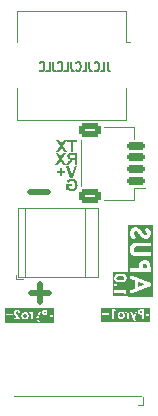
<source format=gbr>
%TF.GenerationSoftware,KiCad,Pcbnew,8.0.7*%
%TF.CreationDate,2025-01-22T04:17:01+01:00*%
%TF.ProjectId,beacon,62656163-6f6e-42e6-9b69-6361645f7063,rev?*%
%TF.SameCoordinates,Original*%
%TF.FileFunction,Legend,Bot*%
%TF.FilePolarity,Positive*%
%FSLAX46Y46*%
G04 Gerber Fmt 4.6, Leading zero omitted, Abs format (unit mm)*
G04 Created by KiCad (PCBNEW 8.0.7) date 2025-01-22 04:17:01*
%MOMM*%
%LPD*%
G01*
G04 APERTURE LIST*
G04 Aperture macros list*
%AMRoundRect*
0 Rectangle with rounded corners*
0 $1 Rounding radius*
0 $2 $3 $4 $5 $6 $7 $8 $9 X,Y pos of 4 corners*
0 Add a 4 corners polygon primitive as box body*
4,1,4,$2,$3,$4,$5,$6,$7,$8,$9,$2,$3,0*
0 Add four circle primitives for the rounded corners*
1,1,$1+$1,$2,$3*
1,1,$1+$1,$4,$5*
1,1,$1+$1,$6,$7*
1,1,$1+$1,$8,$9*
0 Add four rect primitives between the rounded corners*
20,1,$1+$1,$2,$3,$4,$5,0*
20,1,$1+$1,$4,$5,$6,$7,0*
20,1,$1+$1,$6,$7,$8,$9,0*
20,1,$1+$1,$8,$9,$2,$3,0*%
G04 Aperture macros list end*
%ADD10C,0.200000*%
%ADD11C,0.300000*%
%ADD12C,0.175000*%
%ADD13C,0.500000*%
%ADD14C,0.150000*%
%ADD15C,0.250000*%
%ADD16C,0.120000*%
%ADD17R,2.200000X2.200000*%
%ADD18C,2.200000*%
%ADD19C,3.800000*%
%ADD20C,1.300000*%
%ADD21RoundRect,0.150000X0.625000X-0.150000X0.625000X0.150000X-0.625000X0.150000X-0.625000X-0.150000X0*%
%ADD22RoundRect,0.250000X0.650000X-0.350000X0.650000X0.350000X-0.650000X0.350000X-0.650000X-0.350000X0*%
%ADD23R,2.100000X2.100000*%
%ADD24C,2.100000*%
%ADD25R,1.300000X3.400000*%
G04 APERTURE END LIST*
D10*
G36*
X3128484Y-3243590D02*
G01*
X3165334Y-3257958D01*
X3197605Y-3281906D01*
X3203510Y-3287845D01*
X3227930Y-3321065D01*
X3243306Y-3359667D01*
X3249411Y-3399010D01*
X3249818Y-3413092D01*
X3246186Y-3454911D01*
X3233630Y-3495829D01*
X3212106Y-3530909D01*
X3203900Y-3540294D01*
X3172817Y-3565951D01*
X3136963Y-3582105D01*
X3096338Y-3588757D01*
X3087641Y-3588947D01*
X3045986Y-3584139D01*
X3008949Y-3569713D01*
X2976529Y-3545670D01*
X2970600Y-3539708D01*
X2945973Y-3506185D01*
X2930467Y-3467168D01*
X2924311Y-3427353D01*
X2923900Y-3413092D01*
X2927533Y-3371777D01*
X2940088Y-3331309D01*
X2961612Y-3296565D01*
X2969818Y-3287258D01*
X3000997Y-3261704D01*
X3037137Y-3245615D01*
X3078239Y-3238990D01*
X3087055Y-3238801D01*
X3128484Y-3243590D01*
G37*
G36*
X4834661Y-3213790D02*
G01*
X4785812Y-3213790D01*
X4744657Y-3212468D01*
X4705505Y-3205779D01*
X4673320Y-3183489D01*
X4669944Y-3179010D01*
X4657362Y-3141931D01*
X4657048Y-3133874D01*
X4666133Y-3094160D01*
X4693391Y-3066854D01*
X4731053Y-3055130D01*
X4770037Y-3051604D01*
X4791284Y-3051222D01*
X4834661Y-3051222D01*
X4834661Y-3213790D01*
G37*
G36*
X5553279Y-4026588D02*
G01*
X1390293Y-4026588D01*
X1390293Y-3251306D01*
X1490293Y-3251306D01*
X1490293Y-3388863D01*
X1695847Y-3388863D01*
X1695847Y-3588947D01*
X1833210Y-3588947D01*
X1833210Y-3576442D01*
X2145059Y-3576442D01*
X2145059Y-3714000D01*
X2705059Y-3714000D01*
X2705059Y-3641313D01*
X2478452Y-3413288D01*
X2772274Y-3413288D01*
X2774900Y-3454711D01*
X2782777Y-3494767D01*
X2795905Y-3533455D01*
X2814284Y-3570775D01*
X2837206Y-3605409D01*
X2863963Y-3636037D01*
X2894555Y-3662660D01*
X2928981Y-3685277D01*
X2966154Y-3703314D01*
X3005184Y-3716198D01*
X3046071Y-3723928D01*
X3088813Y-3726505D01*
X3128075Y-3724287D01*
X3172772Y-3715769D01*
X3214830Y-3700862D01*
X3254251Y-3679567D01*
X3291034Y-3651884D01*
X3308436Y-3635646D01*
X3334611Y-3606238D01*
X3360165Y-3568429D01*
X3379331Y-3527873D01*
X3392108Y-3484568D01*
X3398496Y-3438516D01*
X3399295Y-3414460D01*
X3396785Y-3372054D01*
X3389258Y-3331910D01*
X3376712Y-3294026D01*
X3359147Y-3258404D01*
X3336564Y-3225043D01*
X3308963Y-3193943D01*
X3296517Y-3182136D01*
X3261791Y-3154645D01*
X3225168Y-3132842D01*
X3186649Y-3116727D01*
X3183436Y-3115898D01*
X3442281Y-3115898D01*
X3488981Y-3239582D01*
X3526817Y-3226620D01*
X3532358Y-3226295D01*
X3569802Y-3241588D01*
X3590976Y-3269673D01*
X3604548Y-3309354D01*
X3610880Y-3350597D01*
X3613977Y-3395240D01*
X3614815Y-3439861D01*
X3614424Y-3469366D01*
X3614424Y-3714000D01*
X3763314Y-3714000D01*
X3763314Y-3113748D01*
X3810013Y-3113748D01*
X4184780Y-3926588D01*
X4339727Y-3926588D01*
X4216629Y-3658703D01*
X4435587Y-3134069D01*
X4508157Y-3134069D01*
X4510929Y-3174308D01*
X4520675Y-3215344D01*
X4537438Y-3251897D01*
X4552512Y-3273776D01*
X4579855Y-3302426D01*
X4612206Y-3325729D01*
X4649565Y-3343684D01*
X4672484Y-3351348D01*
X4711747Y-3358467D01*
X4751149Y-3361789D01*
X4793120Y-3363413D01*
X4834661Y-3363853D01*
X4834661Y-3714000D01*
X4988436Y-3714000D01*
X4988436Y-3488905D01*
X5174061Y-3488905D01*
X5453279Y-3488905D01*
X5453279Y-3351348D01*
X5174061Y-3351348D01*
X5174061Y-3488905D01*
X4988436Y-3488905D01*
X4988436Y-2901159D01*
X4825282Y-2901159D01*
X4785691Y-2901756D01*
X4742955Y-2904045D01*
X4699676Y-2908887D01*
X4658894Y-2917283D01*
X4634382Y-2925584D01*
X4597014Y-2945797D01*
X4565511Y-2973121D01*
X4541960Y-3004132D01*
X4524135Y-3040078D01*
X4512911Y-3080260D01*
X4508454Y-3120045D01*
X4508161Y-3133874D01*
X4508157Y-3134069D01*
X4435587Y-3134069D01*
X4444068Y-3113748D01*
X4290683Y-3113748D01*
X4135345Y-3485779D01*
X3963789Y-3113748D01*
X3810013Y-3113748D01*
X3763314Y-3113748D01*
X3634745Y-3113748D01*
X3634745Y-3187607D01*
X3613833Y-3154434D01*
X3583522Y-3126138D01*
X3579253Y-3123323D01*
X3542861Y-3106763D01*
X3503244Y-3101243D01*
X3463855Y-3107554D01*
X3442281Y-3115898D01*
X3183436Y-3115898D01*
X3146235Y-3106299D01*
X3103924Y-3101559D01*
X3089399Y-3101243D01*
X3047732Y-3103881D01*
X3007334Y-3111794D01*
X2968206Y-3124983D01*
X2930348Y-3143448D01*
X2895092Y-3166334D01*
X2863963Y-3192981D01*
X2836962Y-3223389D01*
X2814089Y-3257558D01*
X2795795Y-3294329D01*
X2782728Y-3332541D01*
X2774888Y-3372194D01*
X2772286Y-3413092D01*
X2772274Y-3413288D01*
X2478452Y-3413288D01*
X2455150Y-3389840D01*
X2423287Y-3357165D01*
X2395698Y-3326991D01*
X2368910Y-3294947D01*
X2345417Y-3262493D01*
X2334591Y-3244467D01*
X2317460Y-3207855D01*
X2306381Y-3167860D01*
X2304501Y-3145011D01*
X2311327Y-3105301D01*
X2333657Y-3070704D01*
X2335568Y-3068808D01*
X2368601Y-3047209D01*
X2409448Y-3038834D01*
X2415484Y-3038717D01*
X2455598Y-3045823D01*
X2489429Y-3067141D01*
X2497941Y-3075842D01*
X2519676Y-3110233D01*
X2530694Y-3149763D01*
X2533112Y-3176274D01*
X2683175Y-3176274D01*
X2679574Y-3135785D01*
X2670745Y-3090887D01*
X2656997Y-3050014D01*
X2638331Y-3013167D01*
X2614746Y-2980345D01*
X2601109Y-2965444D01*
X2571021Y-2939347D01*
X2532099Y-2915726D01*
X2495463Y-2901327D01*
X2455804Y-2892329D01*
X2413122Y-2888729D01*
X2405715Y-2888654D01*
X2365655Y-2891112D01*
X2324370Y-2899607D01*
X2286482Y-2914170D01*
X2275778Y-2919722D01*
X2242698Y-2941849D01*
X2214045Y-2969395D01*
X2189819Y-3002360D01*
X2185505Y-3009603D01*
X2167680Y-3046430D01*
X2155697Y-3087381D01*
X2151702Y-3128794D01*
X2154948Y-3170231D01*
X2163283Y-3208544D01*
X2176747Y-3248248D01*
X2192735Y-3284132D01*
X2213855Y-3321922D01*
X2237138Y-3356635D01*
X2265201Y-3393491D01*
X2292240Y-3425842D01*
X2322598Y-3459681D01*
X2342407Y-3480699D01*
X2433070Y-3576442D01*
X2145059Y-3576442D01*
X1833210Y-3576442D01*
X1833210Y-3388863D01*
X2039351Y-3388863D01*
X2039351Y-3251306D01*
X1833210Y-3251306D01*
X1833210Y-3051222D01*
X1695847Y-3051222D01*
X1695847Y-3251306D01*
X1490293Y-3251306D01*
X1390293Y-3251306D01*
X1390293Y-2788654D01*
X5553279Y-2788654D01*
X5553279Y-4026588D01*
G37*
G36*
X11278484Y-3193590D02*
G01*
X11315334Y-3207958D01*
X11347605Y-3231906D01*
X11353510Y-3237845D01*
X11377930Y-3271065D01*
X11393306Y-3309667D01*
X11399411Y-3349010D01*
X11399818Y-3363092D01*
X11396186Y-3404911D01*
X11383630Y-3445829D01*
X11362106Y-3480909D01*
X11353900Y-3490294D01*
X11322817Y-3515951D01*
X11286963Y-3532105D01*
X11246338Y-3538757D01*
X11237641Y-3538947D01*
X11195986Y-3534139D01*
X11158949Y-3519713D01*
X11126529Y-3495670D01*
X11120600Y-3489708D01*
X11095973Y-3456185D01*
X11080467Y-3417168D01*
X11074311Y-3377353D01*
X11073900Y-3363092D01*
X11077533Y-3321777D01*
X11090088Y-3281309D01*
X11111612Y-3246565D01*
X11119818Y-3237258D01*
X11150997Y-3211704D01*
X11187137Y-3195615D01*
X11228239Y-3188990D01*
X11237055Y-3188801D01*
X11278484Y-3193590D01*
G37*
G36*
X12984661Y-3163790D02*
G01*
X12935812Y-3163790D01*
X12894657Y-3162468D01*
X12855505Y-3155779D01*
X12823320Y-3133489D01*
X12819944Y-3129010D01*
X12807362Y-3091931D01*
X12807048Y-3083874D01*
X12816133Y-3044160D01*
X12843391Y-3016854D01*
X12881053Y-3005130D01*
X12920037Y-3001604D01*
X12941284Y-3001222D01*
X12984661Y-3001222D01*
X12984661Y-3163790D01*
G37*
G36*
X13703279Y-3976588D02*
G01*
X9540293Y-3976588D01*
X9540293Y-3664000D01*
X10463879Y-3664000D01*
X10616678Y-3664000D01*
X10616678Y-3363288D01*
X10922274Y-3363288D01*
X10924900Y-3404711D01*
X10932777Y-3444767D01*
X10945905Y-3483455D01*
X10964284Y-3520775D01*
X10987206Y-3555409D01*
X11013963Y-3586037D01*
X11044555Y-3612660D01*
X11078981Y-3635277D01*
X11116154Y-3653314D01*
X11155184Y-3666198D01*
X11196071Y-3673928D01*
X11238813Y-3676505D01*
X11278075Y-3674287D01*
X11322772Y-3665769D01*
X11364830Y-3650862D01*
X11404251Y-3629567D01*
X11441034Y-3601884D01*
X11458436Y-3585646D01*
X11484611Y-3556238D01*
X11510165Y-3518429D01*
X11529331Y-3477873D01*
X11542108Y-3434568D01*
X11548496Y-3388516D01*
X11549295Y-3364460D01*
X11546785Y-3322054D01*
X11539258Y-3281910D01*
X11526712Y-3244026D01*
X11509147Y-3208404D01*
X11486564Y-3175043D01*
X11458963Y-3143943D01*
X11446517Y-3132136D01*
X11411791Y-3104645D01*
X11375168Y-3082842D01*
X11336649Y-3066727D01*
X11333436Y-3065898D01*
X11592281Y-3065898D01*
X11638981Y-3189582D01*
X11676817Y-3176620D01*
X11682358Y-3176295D01*
X11719802Y-3191588D01*
X11740976Y-3219673D01*
X11754548Y-3259354D01*
X11760880Y-3300597D01*
X11763977Y-3345240D01*
X11764815Y-3389861D01*
X11764424Y-3419366D01*
X11764424Y-3664000D01*
X11913314Y-3664000D01*
X11913314Y-3063748D01*
X11960013Y-3063748D01*
X12334780Y-3876588D01*
X12489727Y-3876588D01*
X12366629Y-3608703D01*
X12585587Y-3084069D01*
X12658157Y-3084069D01*
X12660929Y-3124308D01*
X12670675Y-3165344D01*
X12687438Y-3201897D01*
X12702512Y-3223776D01*
X12729855Y-3252426D01*
X12762206Y-3275729D01*
X12799565Y-3293684D01*
X12822484Y-3301348D01*
X12861747Y-3308467D01*
X12901149Y-3311789D01*
X12943120Y-3313413D01*
X12984661Y-3313853D01*
X12984661Y-3664000D01*
X13138436Y-3664000D01*
X13138436Y-3438905D01*
X13324061Y-3438905D01*
X13603279Y-3438905D01*
X13603279Y-3301348D01*
X13324061Y-3301348D01*
X13324061Y-3438905D01*
X13138436Y-3438905D01*
X13138436Y-2851159D01*
X12975282Y-2851159D01*
X12935691Y-2851756D01*
X12892955Y-2854045D01*
X12849676Y-2858887D01*
X12808894Y-2867283D01*
X12784382Y-2875584D01*
X12747014Y-2895797D01*
X12715511Y-2923121D01*
X12691960Y-2954132D01*
X12674135Y-2990078D01*
X12662911Y-3030260D01*
X12658454Y-3070045D01*
X12658161Y-3083874D01*
X12658157Y-3084069D01*
X12585587Y-3084069D01*
X12594068Y-3063748D01*
X12440683Y-3063748D01*
X12285345Y-3435779D01*
X12113789Y-3063748D01*
X11960013Y-3063748D01*
X11913314Y-3063748D01*
X11784745Y-3063748D01*
X11784745Y-3137607D01*
X11763833Y-3104434D01*
X11733522Y-3076138D01*
X11729253Y-3073323D01*
X11692861Y-3056763D01*
X11653244Y-3051243D01*
X11613855Y-3057554D01*
X11592281Y-3065898D01*
X11333436Y-3065898D01*
X11296235Y-3056299D01*
X11253924Y-3051559D01*
X11239399Y-3051243D01*
X11197732Y-3053881D01*
X11157334Y-3061794D01*
X11118206Y-3074983D01*
X11080348Y-3093448D01*
X11045092Y-3116334D01*
X11013963Y-3142981D01*
X10986962Y-3173389D01*
X10964089Y-3207558D01*
X10945795Y-3244329D01*
X10932728Y-3282541D01*
X10924888Y-3322194D01*
X10922286Y-3363092D01*
X10922274Y-3363288D01*
X10616678Y-3363288D01*
X10616678Y-2988717D01*
X10783154Y-2988717D01*
X10694054Y-2851159D01*
X10463879Y-2851159D01*
X10463879Y-3664000D01*
X9540293Y-3664000D01*
X9540293Y-3201306D01*
X9640293Y-3201306D01*
X9640293Y-3338863D01*
X9845847Y-3338863D01*
X9845847Y-3538947D01*
X9983210Y-3538947D01*
X9983210Y-3338863D01*
X10189351Y-3338863D01*
X10189351Y-3201306D01*
X9983210Y-3201306D01*
X9983210Y-3001222D01*
X9845847Y-3001222D01*
X9845847Y-3201306D01*
X9640293Y-3201306D01*
X9540293Y-3201306D01*
X9540293Y-2751159D01*
X13703279Y-2751159D01*
X13703279Y-3976588D01*
G37*
D11*
G36*
X13264532Y-762274D02*
G01*
X12679913Y-991472D01*
X12679913Y-534738D01*
X13264532Y-762274D01*
G37*
G36*
X13306157Y990547D02*
G01*
X13364183Y932624D01*
X13389096Y852592D01*
X13396589Y769751D01*
X13397400Y724603D01*
X13397400Y632425D01*
X13051943Y632425D01*
X13051943Y736229D01*
X13054753Y823684D01*
X13068967Y906881D01*
X13116334Y975275D01*
X13125851Y982450D01*
X13204644Y1009185D01*
X13221765Y1009854D01*
X13306157Y990547D01*
G37*
G36*
X13931747Y-1781589D02*
G01*
X11773536Y-1781589D01*
X11773536Y-277721D01*
X11988999Y-277721D01*
X12361029Y-412250D01*
X12361029Y-991472D01*
X12361029Y-1112714D01*
X11988999Y-1253056D01*
X11988999Y-1592700D01*
X13716284Y-930436D01*
X13716284Y-599096D01*
X11988999Y61923D01*
X11988999Y-277721D01*
X11773536Y-277721D01*
X11773536Y632425D01*
X11988999Y632425D01*
X11988999Y305653D01*
X13716284Y305653D01*
X13716284Y652356D01*
X13715017Y736487D01*
X13710151Y827302D01*
X13699862Y919268D01*
X13682021Y1005931D01*
X13664382Y1058019D01*
X13621430Y1137425D01*
X13563366Y1204370D01*
X13497467Y1254414D01*
X13421082Y1292294D01*
X13335696Y1316145D01*
X13251152Y1325615D01*
X13221350Y1326246D01*
X13135842Y1320355D01*
X13048642Y1299645D01*
X12970966Y1264024D01*
X12924473Y1231993D01*
X12863591Y1173888D01*
X12814073Y1105142D01*
X12775920Y1025754D01*
X12759634Y977052D01*
X12744504Y893618D01*
X12737446Y809888D01*
X12734595Y736229D01*
X12733994Y720700D01*
X12733060Y632425D01*
X11988999Y632425D01*
X11773536Y632425D01*
X11773536Y2209819D01*
X11962425Y2209819D01*
X11967771Y2119406D01*
X11983808Y2035014D01*
X12014631Y1947270D01*
X12047959Y1884292D01*
X12099454Y1812725D01*
X12164607Y1747767D01*
X12238113Y1698136D01*
X12261793Y1686236D01*
X12348188Y1657534D01*
X12434729Y1641704D01*
X12522382Y1632659D01*
X12622471Y1627788D01*
X12696106Y1626860D01*
X13716284Y1626860D01*
X13716284Y1955294D01*
X12612648Y1955294D01*
X12524548Y1958237D01*
X12440805Y1970499D01*
X12410855Y1980206D01*
X12340971Y2030340D01*
X12316601Y2063249D01*
X12286271Y2144799D01*
X12281308Y2202760D01*
X12292441Y2287726D01*
X12320754Y2351407D01*
X12378332Y2414532D01*
X12420820Y2437771D01*
X12502309Y2455057D01*
X12592916Y2461007D01*
X12653339Y2461853D01*
X13716284Y2461853D01*
X13716284Y2790287D01*
X12696106Y2790287D01*
X12604960Y2789250D01*
X12512645Y2785421D01*
X12425632Y2777591D01*
X12338192Y2760807D01*
X12258054Y2728420D01*
X12186147Y2682954D01*
X12145119Y2649529D01*
X12086867Y2590016D01*
X12036302Y2518265D01*
X12007268Y2459777D01*
X11979942Y2374217D01*
X11965972Y2287170D01*
X11962425Y2209819D01*
X11773536Y2209819D01*
X11773536Y3565489D01*
X11962425Y3565489D01*
X11968238Y3476867D01*
X11985677Y3394110D01*
X12019192Y3308019D01*
X12055433Y3246190D01*
X12108787Y3180561D01*
X12175429Y3119862D01*
X12244640Y3070795D01*
X12324023Y3025503D01*
X12348573Y3013256D01*
X12520471Y3287712D01*
X12439193Y3335440D01*
X12365622Y3394481D01*
X12309569Y3466384D01*
X12282243Y3552921D01*
X12281308Y3572963D01*
X12296417Y3658912D01*
X12329058Y3714135D01*
X12398711Y3764664D01*
X12440335Y3771435D01*
X12522106Y3749127D01*
X12554103Y3728252D01*
X12615843Y3670520D01*
X12674152Y3604856D01*
X12729323Y3537670D01*
X12783677Y3470704D01*
X12847131Y3395718D01*
X12905597Y3330423D01*
X12969173Y3264862D01*
X13034268Y3206011D01*
X13074780Y3175604D01*
X13150775Y3132469D01*
X13234277Y3103473D01*
X13317680Y3093807D01*
X13401968Y3102293D01*
X13489347Y3132126D01*
X13560401Y3176677D01*
X13617463Y3229582D01*
X13672323Y3301647D01*
X13711509Y3381654D01*
X13735020Y3469601D01*
X13742735Y3553069D01*
X13742858Y3565489D01*
X13735596Y3652509D01*
X13713812Y3736586D01*
X13681406Y3810465D01*
X13633365Y3884992D01*
X13573209Y3955256D01*
X13506282Y4020250D01*
X13458022Y4062084D01*
X13237959Y3820430D01*
X13310439Y3764463D01*
X13371476Y3700014D01*
X13412348Y3626889D01*
X13423974Y3561337D01*
X13404822Y3477879D01*
X13389927Y3455873D01*
X13316581Y3415222D01*
X13313943Y3415182D01*
X13233807Y3444247D01*
X13173867Y3503016D01*
X13117976Y3565408D01*
X13057192Y3636393D01*
X13017481Y3683825D01*
X12964011Y3748710D01*
X12905115Y3819101D01*
X12847270Y3885805D01*
X12824407Y3910116D01*
X12757734Y3971521D01*
X12687239Y4022952D01*
X12635900Y4050873D01*
X12554166Y4079256D01*
X12465916Y4091745D01*
X12439504Y4092394D01*
X12352457Y4085400D01*
X12261344Y4060280D01*
X12179158Y4016890D01*
X12114568Y3963938D01*
X12097369Y3946239D01*
X12044788Y3878206D01*
X12005122Y3801630D01*
X11978370Y3716510D01*
X11964533Y3622847D01*
X11962425Y3565489D01*
X11773536Y3565489D01*
X11773536Y4281283D01*
X13931747Y4281283D01*
X13931747Y-1781589D01*
G37*
D12*
G36*
X7029204Y7545158D02*
G01*
X7029204Y7717104D01*
X6590788Y7717104D01*
X6590788Y7308730D01*
X6631304Y7275406D01*
X6674909Y7247730D01*
X6718924Y7225016D01*
X6768408Y7203705D01*
X6775924Y7200775D01*
X6829077Y7182693D01*
X6882533Y7169052D01*
X6936294Y7159852D01*
X6990358Y7155094D01*
X7021388Y7154369D01*
X7079222Y7156713D01*
X7134205Y7163746D01*
X7186338Y7175466D01*
X7235620Y7191875D01*
X7282051Y7212973D01*
X7296894Y7221047D01*
X7338897Y7248061D01*
X7376796Y7279093D01*
X7415823Y7320376D01*
X7444829Y7360115D01*
X7469731Y7403873D01*
X7473482Y7411557D01*
X7493569Y7458849D01*
X7509500Y7507670D01*
X7521275Y7558019D01*
X7528894Y7609897D01*
X7532358Y7663303D01*
X7532588Y7681445D01*
X7530270Y7739551D01*
X7523315Y7795167D01*
X7511723Y7848292D01*
X7495494Y7898928D01*
X7474629Y7947073D01*
X7466643Y7962569D01*
X7439767Y8006713D01*
X7408597Y8046821D01*
X7373134Y8082893D01*
X7333378Y8114930D01*
X7289328Y8142931D01*
X7273691Y8151368D01*
X7222263Y8173381D01*
X7172429Y8187482D01*
X7118085Y8196769D01*
X7067913Y8200896D01*
X7032623Y8201682D01*
X6976015Y8199655D01*
X6923425Y8193573D01*
X6874854Y8183436D01*
X6821874Y8165919D01*
X6774682Y8142563D01*
X6739776Y8118640D01*
X6702854Y8085266D01*
X6671220Y8047428D01*
X6644876Y8005124D01*
X6623822Y7958355D01*
X6608057Y7907122D01*
X6603977Y7889051D01*
X6805966Y7857788D01*
X6822920Y7904285D01*
X6850054Y7947883D01*
X6886078Y7983573D01*
X6929841Y8009855D01*
X6980531Y8025227D01*
X7032623Y8029735D01*
X7088349Y8025633D01*
X7138838Y8013326D01*
X7184092Y7992815D01*
X7224110Y7964099D01*
X7244626Y7944006D01*
X7275271Y7902621D01*
X7298388Y7853265D01*
X7312213Y7804616D01*
X7320507Y7750111D01*
X7323196Y7700216D01*
X7323272Y7689749D01*
X7321328Y7635181D01*
X7315497Y7585049D01*
X7303367Y7530747D01*
X7285638Y7482834D01*
X7257879Y7435009D01*
X7243649Y7417174D01*
X7206346Y7381771D01*
X7164322Y7355064D01*
X7117576Y7337052D01*
X7066108Y7327736D01*
X7034577Y7326316D01*
X6982702Y7330548D01*
X6934674Y7341969D01*
X6906594Y7351961D01*
X6860959Y7372741D01*
X6817257Y7398741D01*
X6796196Y7414243D01*
X6796196Y7545158D01*
X7029204Y7545158D01*
G37*
G36*
X7171004Y10470000D02*
G01*
X7171004Y11314104D01*
X7469713Y11314104D01*
X7469713Y11486051D01*
X6669574Y11486051D01*
X6669574Y11314104D01*
X6967550Y11314104D01*
X6967550Y10470000D01*
X7171004Y10470000D01*
G37*
G36*
X6645150Y10470000D02*
G01*
X6296859Y10998542D01*
X6612909Y11486051D01*
X6375261Y11486051D01*
X6175959Y11181968D01*
X5975436Y11486051D01*
X5739741Y11486051D01*
X6056280Y10999763D01*
X5708967Y10470000D01*
X5954187Y10470000D01*
X6177180Y10814139D01*
X6401395Y10470000D01*
X6645150Y10470000D01*
G37*
D13*
X5094862Y-1467333D02*
X3571053Y-1467333D01*
X4332957Y-2229238D02*
X4332957Y-705428D01*
D12*
G36*
X7140718Y8270000D02*
G01*
X7500732Y9286051D01*
X7280181Y9286051D01*
X7025436Y8535737D01*
X6778750Y9286051D01*
X6563084Y9286051D01*
X6923586Y8270000D01*
X7140718Y8270000D01*
G37*
G36*
X6244836Y8410684D02*
G01*
X6244836Y8676421D01*
X6508618Y8676421D01*
X6508618Y8848368D01*
X6244836Y8848368D01*
X6244836Y9114104D01*
X6068981Y9114104D01*
X6068981Y8848368D01*
X5804466Y8848368D01*
X5804466Y8676421D01*
X6068981Y8676421D01*
X6068981Y8410684D01*
X6244836Y8410684D01*
G37*
G36*
X7496929Y9370000D02*
G01*
X7293719Y9370000D01*
X7293719Y9792052D01*
X7252442Y9792052D01*
X7248098Y9792041D01*
X7198353Y9789902D01*
X7150104Y9780817D01*
X7128343Y9770842D01*
X7089043Y9739296D01*
X7071534Y9718917D01*
X7040932Y9678373D01*
X7009478Y9633883D01*
X6981821Y9593483D01*
X6834787Y9370000D01*
X6591521Y9370000D01*
X6714619Y9567837D01*
X6740866Y9609717D01*
X6768839Y9652153D01*
X6797316Y9692178D01*
X6830390Y9732457D01*
X6856268Y9757961D01*
X6896483Y9790104D01*
X6939078Y9817698D01*
X6922759Y9820355D01*
X6869713Y9833036D01*
X6823002Y9850976D01*
X6777374Y9877919D01*
X6740020Y9911731D01*
X6710849Y9951482D01*
X6690012Y9996239D01*
X6677510Y10046004D01*
X6674030Y10091738D01*
X6882903Y10091738D01*
X6884930Y10065410D01*
X6903663Y10017733D01*
X6918036Y10000955D01*
X6960572Y9975967D01*
X6989736Y9970182D01*
X7042535Y9965974D01*
X7092266Y9964420D01*
X7143265Y9963999D01*
X7293719Y9963999D01*
X7293719Y10214104D01*
X7134961Y10214104D01*
X7085625Y10213940D01*
X7036104Y10213249D01*
X6986706Y10210684D01*
X6950129Y10200427D01*
X6910013Y10172094D01*
X6891481Y10141687D01*
X6882903Y10091738D01*
X6674030Y10091738D01*
X6673342Y10100775D01*
X6673514Y10111992D01*
X6679525Y10165702D01*
X6694122Y10215452D01*
X6717306Y10261243D01*
X6747645Y10300880D01*
X6787631Y10334838D01*
X6834542Y10358696D01*
X6859522Y10366576D01*
X6908470Y10376407D01*
X6960366Y10382204D01*
X7011582Y10385089D01*
X7069016Y10386051D01*
X7496929Y10386051D01*
X7496929Y9370000D01*
G37*
G36*
X6589811Y9370000D02*
G01*
X6241521Y9898542D01*
X6557571Y10386051D01*
X6319923Y10386051D01*
X6120621Y10081968D01*
X5920097Y10386051D01*
X5684403Y10386051D01*
X6000942Y9899763D01*
X5653628Y9370000D01*
X5898848Y9370000D01*
X6121842Y9714139D01*
X6346057Y9370000D01*
X6589811Y9370000D01*
G37*
D14*
X10087030Y18105705D02*
X10087030Y17534277D01*
X10087030Y17534277D02*
X10115601Y17419991D01*
X10115601Y17419991D02*
X10172744Y17343800D01*
X10172744Y17343800D02*
X10258458Y17305705D01*
X10258458Y17305705D02*
X10315601Y17305705D01*
X9515601Y17305705D02*
X9801315Y17305705D01*
X9801315Y17305705D02*
X9801315Y18105705D01*
X8972744Y17381896D02*
X9001316Y17343800D01*
X9001316Y17343800D02*
X9087030Y17305705D01*
X9087030Y17305705D02*
X9144173Y17305705D01*
X9144173Y17305705D02*
X9229887Y17343800D01*
X9229887Y17343800D02*
X9287030Y17419991D01*
X9287030Y17419991D02*
X9315601Y17496181D01*
X9315601Y17496181D02*
X9344173Y17648562D01*
X9344173Y17648562D02*
X9344173Y17762848D01*
X9344173Y17762848D02*
X9315601Y17915229D01*
X9315601Y17915229D02*
X9287030Y17991420D01*
X9287030Y17991420D02*
X9229887Y18067610D01*
X9229887Y18067610D02*
X9144173Y18105705D01*
X9144173Y18105705D02*
X9087030Y18105705D01*
X9087030Y18105705D02*
X9001316Y18067610D01*
X9001316Y18067610D02*
X8972744Y18029515D01*
X8544173Y18105705D02*
X8544173Y17534277D01*
X8544173Y17534277D02*
X8572744Y17419991D01*
X8572744Y17419991D02*
X8629887Y17343800D01*
X8629887Y17343800D02*
X8715601Y17305705D01*
X8715601Y17305705D02*
X8772744Y17305705D01*
X7972744Y17305705D02*
X8258458Y17305705D01*
X8258458Y17305705D02*
X8258458Y18105705D01*
X7429887Y17381896D02*
X7458459Y17343800D01*
X7458459Y17343800D02*
X7544173Y17305705D01*
X7544173Y17305705D02*
X7601316Y17305705D01*
X7601316Y17305705D02*
X7687030Y17343800D01*
X7687030Y17343800D02*
X7744173Y17419991D01*
X7744173Y17419991D02*
X7772744Y17496181D01*
X7772744Y17496181D02*
X7801316Y17648562D01*
X7801316Y17648562D02*
X7801316Y17762848D01*
X7801316Y17762848D02*
X7772744Y17915229D01*
X7772744Y17915229D02*
X7744173Y17991420D01*
X7744173Y17991420D02*
X7687030Y18067610D01*
X7687030Y18067610D02*
X7601316Y18105705D01*
X7601316Y18105705D02*
X7544173Y18105705D01*
X7544173Y18105705D02*
X7458459Y18067610D01*
X7458459Y18067610D02*
X7429887Y18029515D01*
X7001316Y18105705D02*
X7001316Y17534277D01*
X7001316Y17534277D02*
X7029887Y17419991D01*
X7029887Y17419991D02*
X7087030Y17343800D01*
X7087030Y17343800D02*
X7172744Y17305705D01*
X7172744Y17305705D02*
X7229887Y17305705D01*
X6429887Y17305705D02*
X6715601Y17305705D01*
X6715601Y17305705D02*
X6715601Y18105705D01*
X5887030Y17381896D02*
X5915602Y17343800D01*
X5915602Y17343800D02*
X6001316Y17305705D01*
X6001316Y17305705D02*
X6058459Y17305705D01*
X6058459Y17305705D02*
X6144173Y17343800D01*
X6144173Y17343800D02*
X6201316Y17419991D01*
X6201316Y17419991D02*
X6229887Y17496181D01*
X6229887Y17496181D02*
X6258459Y17648562D01*
X6258459Y17648562D02*
X6258459Y17762848D01*
X6258459Y17762848D02*
X6229887Y17915229D01*
X6229887Y17915229D02*
X6201316Y17991420D01*
X6201316Y17991420D02*
X6144173Y18067610D01*
X6144173Y18067610D02*
X6058459Y18105705D01*
X6058459Y18105705D02*
X6001316Y18105705D01*
X6001316Y18105705D02*
X5915602Y18067610D01*
X5915602Y18067610D02*
X5887030Y18029515D01*
X5458459Y18105705D02*
X5458459Y17534277D01*
X5458459Y17534277D02*
X5487030Y17419991D01*
X5487030Y17419991D02*
X5544173Y17343800D01*
X5544173Y17343800D02*
X5629887Y17305705D01*
X5629887Y17305705D02*
X5687030Y17305705D01*
X4887030Y17305705D02*
X5172744Y17305705D01*
X5172744Y17305705D02*
X5172744Y18105705D01*
X4344173Y17381896D02*
X4372745Y17343800D01*
X4372745Y17343800D02*
X4458459Y17305705D01*
X4458459Y17305705D02*
X4515602Y17305705D01*
X4515602Y17305705D02*
X4601316Y17343800D01*
X4601316Y17343800D02*
X4658459Y17419991D01*
X4658459Y17419991D02*
X4687030Y17496181D01*
X4687030Y17496181D02*
X4715602Y17648562D01*
X4715602Y17648562D02*
X4715602Y17762848D01*
X4715602Y17762848D02*
X4687030Y17915229D01*
X4687030Y17915229D02*
X4658459Y17991420D01*
X4658459Y17991420D02*
X4601316Y18067610D01*
X4601316Y18067610D02*
X4515602Y18105705D01*
X4515602Y18105705D02*
X4458459Y18105705D01*
X4458459Y18105705D02*
X4372745Y18067610D01*
X4372745Y18067610D02*
X4344173Y18029515D01*
D13*
X4994862Y7032667D02*
X3471053Y7032667D01*
D15*
G36*
X11218944Y-44675D02*
G01*
X11270013Y-47967D01*
X11323645Y-54813D01*
X11375667Y-66794D01*
X11421211Y-85754D01*
X11425861Y-88519D01*
X11464114Y-119206D01*
X11491317Y-162895D01*
X11498401Y-205023D01*
X11489922Y-253822D01*
X11468359Y-291729D01*
X11430696Y-323127D01*
X11382687Y-344088D01*
X11365044Y-349370D01*
X11312747Y-359803D01*
X11261326Y-365367D01*
X11209345Y-368207D01*
X11159600Y-369134D01*
X11150843Y-369154D01*
X11096072Y-368039D01*
X11046859Y-364693D01*
X10995138Y-357735D01*
X10944913Y-345559D01*
X10896342Y-323480D01*
X10856433Y-288876D01*
X10831789Y-243819D01*
X10826244Y-205023D01*
X10835621Y-156502D01*
X10863751Y-116088D01*
X10892923Y-93648D01*
X10939878Y-71742D01*
X10992084Y-57709D01*
X11045093Y-49494D01*
X11095091Y-45338D01*
X11150384Y-43627D01*
X11162078Y-43578D01*
X11218944Y-44675D01*
G37*
G36*
X11810979Y-1780825D02*
G01*
X10513666Y-1780825D01*
X10513666Y-1447730D01*
X10654298Y-1447730D01*
X11498401Y-1447730D01*
X11498401Y-1655825D01*
X11670348Y-1544450D01*
X11670348Y-1256732D01*
X10654298Y-1256732D01*
X10654298Y-1447730D01*
X10513666Y-1447730D01*
X10513666Y-795113D01*
X10638666Y-795113D01*
X10649946Y-843627D01*
X10670662Y-871561D01*
X10713597Y-897869D01*
X10748331Y-903069D01*
X10797660Y-891961D01*
X10825756Y-871561D01*
X10852267Y-829293D01*
X10857508Y-795113D01*
X10846314Y-746890D01*
X10825756Y-719154D01*
X10783143Y-692642D01*
X10748331Y-687402D01*
X10699034Y-698596D01*
X10670662Y-719154D01*
X10643947Y-761132D01*
X10638666Y-795113D01*
X10513666Y-795113D01*
X10513666Y-204290D01*
X10638666Y-204290D01*
X10638710Y-205023D01*
X10641917Y-259046D01*
X10651672Y-309253D01*
X10670419Y-360299D01*
X10690690Y-396020D01*
X10724379Y-437043D01*
X10761527Y-469031D01*
X10805453Y-496806D01*
X10849448Y-517653D01*
X10900350Y-534784D01*
X10950845Y-546118D01*
X11007677Y-554361D01*
X11059878Y-558869D01*
X11116480Y-561231D01*
X11152553Y-561617D01*
X11202698Y-560861D01*
X11265425Y-557503D01*
X11323427Y-551458D01*
X11376704Y-542726D01*
X11425257Y-531308D01*
X11479304Y-513257D01*
X11525969Y-491008D01*
X11550425Y-475644D01*
X11589476Y-443975D01*
X11627601Y-401157D01*
X11656194Y-353083D01*
X11675257Y-299754D01*
X11683861Y-251299D01*
X11685979Y-209907D01*
X11682621Y-156495D01*
X11672546Y-106898D01*
X11653183Y-55663D01*
X11632246Y-19154D01*
X11597676Y23011D01*
X11559421Y55625D01*
X11514084Y83660D01*
X11468603Y104433D01*
X11416285Y121468D01*
X11364874Y132740D01*
X11307401Y140937D01*
X11254875Y145420D01*
X11198140Y147768D01*
X11162078Y148153D01*
X11102108Y147067D01*
X11046454Y143812D01*
X10995118Y138385D01*
X10939213Y129009D01*
X10889525Y116507D01*
X10852867Y103700D01*
X10807361Y82887D01*
X10762195Y55493D01*
X10724326Y24253D01*
X10690445Y-15490D01*
X10665415Y-60641D01*
X10648577Y-112013D01*
X10640486Y-162899D01*
X10638666Y-204290D01*
X10513666Y-204290D01*
X10513666Y273153D01*
X11810979Y273153D01*
X11810979Y-1780825D01*
G37*
D16*
%TO.C,J3*%
X2135000Y-10200000D02*
X12875000Y-10200000D01*
X12615000Y-11000000D02*
X13115000Y-11000000D01*
X13115000Y-11000000D02*
X13115000Y-10260000D01*
%TO.C,J1*%
X7815000Y11440000D02*
X7815000Y7560000D01*
X12285000Y12610000D02*
X9785000Y12610000D01*
X12285000Y11560000D02*
X12285000Y12610000D01*
X12285000Y7440000D02*
X12285000Y6390000D01*
X12285000Y6390000D02*
X9785000Y6390000D01*
X13275000Y7440000D02*
X12285000Y7440000D01*
%TO.C,BT1*%
X2290000Y70000D02*
X2290000Y-330000D01*
X2290000Y-330000D02*
X2930000Y-330000D01*
X2530000Y5690000D02*
X2530000Y-90000D01*
X2530000Y5690000D02*
X9270000Y5690000D01*
X2530000Y-90000D02*
X9270000Y-90000D01*
X3050000Y5690000D02*
X3050000Y-90000D01*
X8150000Y5690000D02*
X8150000Y-90000D01*
X9270000Y5690000D02*
X9270000Y-90000D01*
%TO.C,BZ1*%
X2390000Y22410000D02*
X11610000Y22410000D01*
X2390000Y19760000D02*
X2390000Y22410000D01*
X2390000Y13190000D02*
X2390000Y15840000D01*
X11610000Y22410000D02*
X11610000Y19760000D01*
X11610000Y15840000D02*
X11610000Y13190000D01*
X11610000Y13190000D02*
X2390000Y13190000D01*
X11940000Y19760000D02*
X11610000Y19760000D01*
%TD*%
%LPC*%
D17*
%TO.C,J3*%
X11315000Y-7600000D03*
D18*
X8775000Y-7600000D03*
X6235000Y-7600000D03*
X3695000Y-7600000D03*
%TD*%
D19*
%TO.C,H3*%
X7500000Y25300000D03*
%TD*%
D20*
%TO.C,H2*%
X10000000Y-5400000D03*
%TD*%
%TO.C,H1*%
X12700000Y25900000D03*
%TD*%
D21*
%TO.C,J1*%
X12500000Y8000000D03*
X12500000Y9000000D03*
X12500000Y10000000D03*
X12500000Y11000000D03*
D22*
X8625000Y6700000D03*
X8625000Y12300000D03*
%TD*%
D19*
%TO.C,H4*%
X7500000Y-2200000D03*
%TD*%
D23*
%TO.C,BT1*%
X5900000Y1530000D03*
D24*
X5900000Y4070000D03*
%TD*%
D25*
%TO.C,BZ1*%
X11350000Y17800000D03*
X2650000Y17800000D03*
%TD*%
%LPD*%
M02*

</source>
